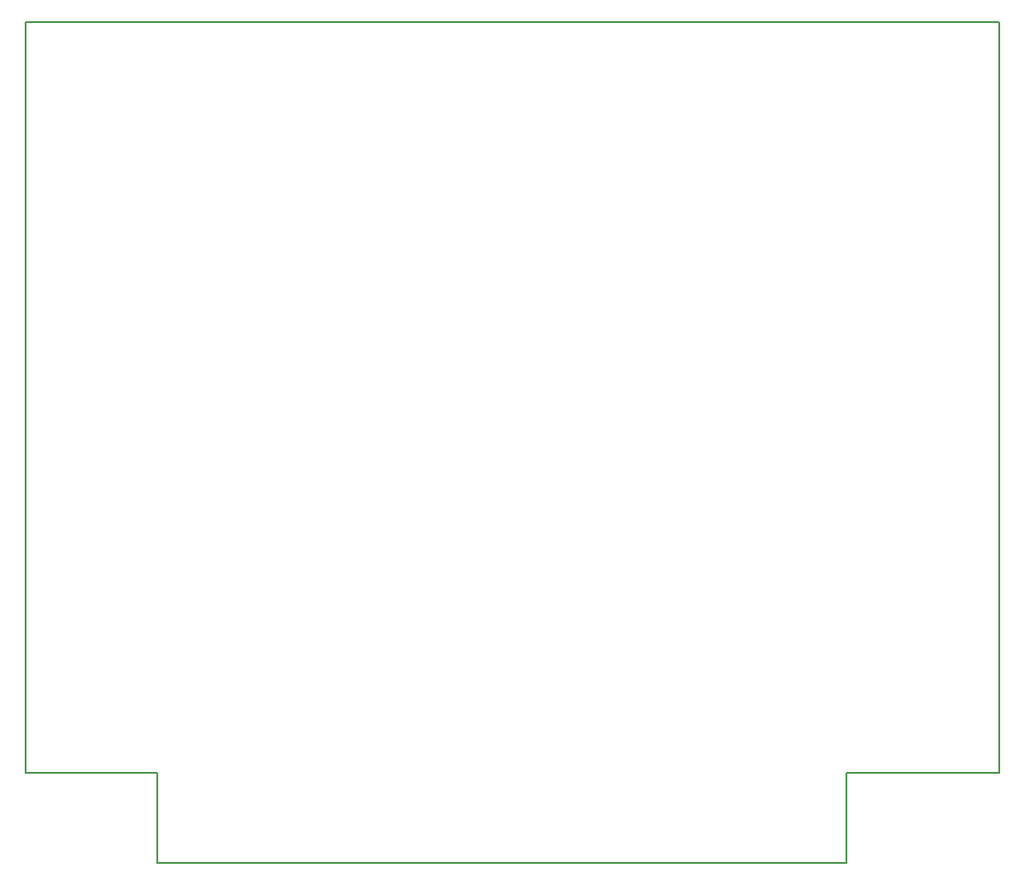
<source format=gbr>
G04 #@! TF.GenerationSoftware,KiCad,Pcbnew,(5.1.5)-3*
G04 #@! TF.CreationDate,2021-08-30T09:07:39+12:00*
G04 #@! TF.ProjectId,TRSIO,54525349-4f2e-46b6-9963-61645f706362,rev?*
G04 #@! TF.SameCoordinates,Original*
G04 #@! TF.FileFunction,Profile,NP*
%FSLAX46Y46*%
G04 Gerber Fmt 4.6, Leading zero omitted, Abs format (unit mm)*
G04 Created by KiCad (PCBNEW (5.1.5)-3) date 2021-08-30 09:07:39*
%MOMM*%
%LPD*%
G04 APERTURE LIST*
%ADD10C,0.150000*%
G04 APERTURE END LIST*
D10*
X219075000Y-140970000D02*
X204406500Y-140970000D01*
X204406500Y-149606000D02*
X204406500Y-140970000D01*
X138366500Y-149606000D02*
X204406500Y-149606000D01*
X138366500Y-140970000D02*
X138366500Y-149606000D01*
X125730000Y-140970000D02*
X138366500Y-140970000D01*
X219075000Y-68961000D02*
X125730000Y-68961000D01*
X219075000Y-140970000D02*
X219075000Y-68961000D01*
X125730000Y-68961000D02*
X125730000Y-140970000D01*
M02*

</source>
